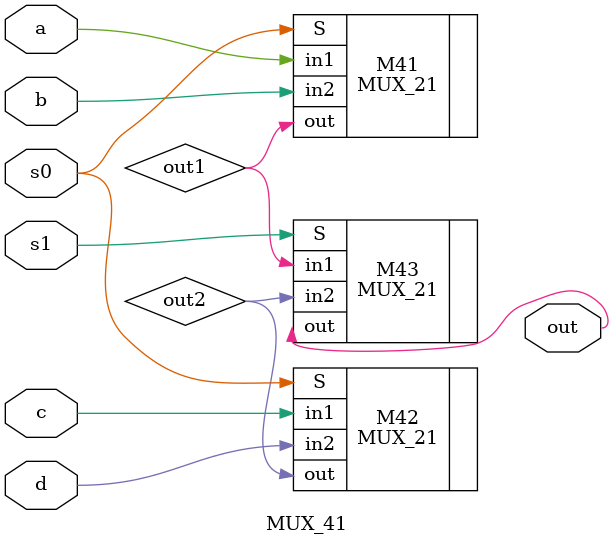
<source format=v>
`timescale 1ns / 1ps

module MUX_41(a, b, c, d, s0, s1, out); //made with instantiated 2x1 mux's
    input a, b, c, d, s0, s1;
    output out;
    wire out1, out2;
    MUX_21 M41(.in1(a), .in2(b), .S(s0), .out(out1));
    MUX_21 M42(.in1(c), .in2(d), .S(s0), .out(out2));
    MUX_21 M43(.in1(out1), .in2(out2), .S(s1), .out(out));
endmodule
</source>
